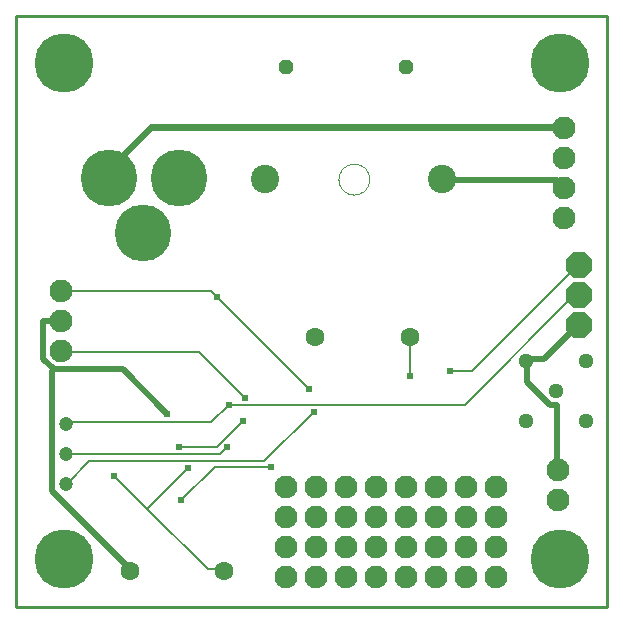
<source format=gbl>
G75*
%MOIN*%
%OFA0B0*%
%FSLAX24Y24*%
%IPPOS*%
%LPD*%
%AMOC8*
5,1,8,0,0,1.08239X$1,22.5*
%
%ADD10C,0.0100*%
%ADD11C,0.0472*%
%ADD12C,0.0630*%
%ADD13C,0.0760*%
%ADD14C,0.0945*%
%ADD15C,0.0000*%
%ADD16C,0.1890*%
%ADD17OC8,0.0480*%
%ADD18C,0.0512*%
%ADD19OC8,0.0850*%
%ADD20C,0.0060*%
%ADD21C,0.0240*%
%ADD22C,0.0200*%
%ADD23C,0.0240*%
%ADD24C,0.1969*%
D10*
X000150Y000150D02*
X000150Y019835D01*
X019835Y019835D01*
X019835Y000150D01*
X000150Y000150D01*
D11*
X001821Y004241D03*
X001821Y005241D03*
X001821Y006241D03*
D12*
X003930Y001335D03*
X007079Y001335D03*
X010119Y009142D03*
X013268Y009142D03*
D13*
X013150Y004150D03*
X013150Y003150D03*
X013150Y002150D03*
X013150Y001150D03*
X012150Y001150D03*
X012150Y002150D03*
X012150Y003150D03*
X012150Y004150D03*
X011150Y004150D03*
X011150Y003150D03*
X011150Y002150D03*
X011150Y001150D03*
X010150Y001150D03*
X010150Y002150D03*
X010150Y003150D03*
X010150Y004150D03*
X009150Y004150D03*
X009150Y003150D03*
X009150Y002150D03*
X009150Y001150D03*
X014150Y001150D03*
X014150Y002150D03*
X014150Y003150D03*
X014150Y004150D03*
X015150Y004150D03*
X015150Y003150D03*
X015150Y002150D03*
X015150Y001150D03*
X016150Y001150D03*
X016150Y002150D03*
X016150Y003150D03*
X016150Y004150D03*
X018200Y003700D03*
X018200Y004700D03*
X018400Y013100D03*
X018400Y014100D03*
X018400Y015100D03*
X018400Y016100D03*
X001638Y010670D03*
X001638Y009670D03*
X001638Y008670D03*
D14*
X008447Y014400D03*
X014353Y014400D03*
D15*
X010888Y014400D02*
X010890Y014445D01*
X010896Y014489D01*
X010905Y014533D01*
X010919Y014575D01*
X010936Y014616D01*
X010957Y014656D01*
X010981Y014694D01*
X011008Y014729D01*
X011038Y014762D01*
X011071Y014792D01*
X011106Y014819D01*
X011144Y014843D01*
X011184Y014864D01*
X011225Y014881D01*
X011267Y014895D01*
X011311Y014904D01*
X011355Y014910D01*
X011400Y014912D01*
X011445Y014910D01*
X011489Y014904D01*
X011533Y014895D01*
X011575Y014881D01*
X011616Y014864D01*
X011656Y014843D01*
X011694Y014819D01*
X011729Y014792D01*
X011762Y014762D01*
X011792Y014729D01*
X011819Y014694D01*
X011843Y014656D01*
X011864Y014616D01*
X011881Y014575D01*
X011895Y014533D01*
X011904Y014489D01*
X011910Y014445D01*
X011912Y014400D01*
X011910Y014355D01*
X011904Y014311D01*
X011895Y014267D01*
X011881Y014225D01*
X011864Y014184D01*
X011843Y014144D01*
X011819Y014106D01*
X011792Y014071D01*
X011762Y014038D01*
X011729Y014008D01*
X011694Y013981D01*
X011656Y013957D01*
X011616Y013936D01*
X011575Y013919D01*
X011533Y013905D01*
X011489Y013896D01*
X011445Y013890D01*
X011400Y013888D01*
X011355Y013890D01*
X011311Y013896D01*
X011267Y013905D01*
X011225Y013919D01*
X011184Y013936D01*
X011144Y013957D01*
X011106Y013981D01*
X011071Y014008D01*
X011038Y014038D01*
X011008Y014071D01*
X010981Y014106D01*
X010957Y014144D01*
X010936Y014184D01*
X010919Y014225D01*
X010905Y014267D01*
X010896Y014311D01*
X010890Y014355D01*
X010888Y014400D01*
D16*
X005557Y014439D03*
X004376Y012589D03*
X003235Y014439D03*
D17*
X009150Y018150D03*
X013150Y018150D03*
D18*
X017150Y008350D03*
X018150Y007350D03*
X017150Y006350D03*
X019150Y006350D03*
X019150Y008350D03*
D19*
X018900Y009550D03*
X018900Y010550D03*
X018900Y011550D03*
D20*
X018870Y011548D01*
X015327Y008004D01*
X014619Y008004D01*
X015091Y006882D02*
X018752Y010544D01*
X018870Y010544D01*
X018900Y010550D01*
X015091Y006882D02*
X007237Y006882D01*
X006646Y006292D01*
X001863Y006292D01*
X001821Y006241D01*
X001821Y005241D02*
X001863Y005229D01*
X006941Y005229D01*
X007178Y005465D01*
X006823Y005465D02*
X005583Y005465D01*
X005878Y004756D02*
X004520Y003398D01*
X003398Y004520D01*
X002571Y004993D02*
X001863Y004284D01*
X001821Y004241D01*
X002571Y004993D02*
X008418Y004993D01*
X010071Y006646D01*
X009894Y007414D02*
X006823Y010485D01*
X006646Y010662D01*
X001685Y010662D01*
X001638Y010670D01*
X001638Y008670D02*
X001685Y008654D01*
X006233Y008654D01*
X007768Y007119D01*
X007709Y006351D02*
X006823Y005465D01*
X006764Y004815D02*
X008630Y004815D01*
X006764Y004815D02*
X005642Y003693D01*
X004520Y003398D02*
X006528Y001390D01*
X007059Y001390D01*
X007079Y001335D01*
X013260Y007827D02*
X013260Y009126D01*
X013268Y009142D01*
D21*
X013260Y007827D03*
X014619Y008004D03*
X010071Y006646D03*
X009894Y007414D03*
X007768Y007119D03*
X007237Y006882D03*
X007709Y006351D03*
X007178Y005465D03*
X005878Y004756D03*
X005583Y005465D03*
X005170Y006587D03*
X003398Y004520D03*
X005642Y003693D03*
X008630Y004815D03*
X006823Y010485D03*
D22*
X003693Y008063D02*
X001390Y008063D01*
X001331Y008004D01*
X001331Y003989D01*
X003930Y001390D01*
X003930Y001335D01*
X005170Y006587D02*
X003693Y008063D01*
X001638Y009670D02*
X001626Y009658D01*
X001036Y009658D01*
X001036Y008418D01*
X001390Y008063D01*
X014353Y014400D02*
X014382Y014382D01*
X018162Y014382D01*
X018398Y014146D01*
X018400Y014100D01*
X018900Y009550D02*
X018870Y009540D01*
X017748Y008418D01*
X017217Y008418D01*
X017150Y008350D01*
X017158Y008300D01*
X017158Y007650D01*
X017926Y006882D01*
X018162Y006882D01*
X018162Y004756D01*
X018200Y004700D01*
D23*
X018400Y016100D02*
X018350Y016150D01*
X004650Y016150D01*
X003235Y014735D01*
X003235Y014439D01*
D24*
X001725Y018260D03*
X001725Y001725D03*
X018260Y001725D03*
X018260Y018260D03*
M02*

</source>
